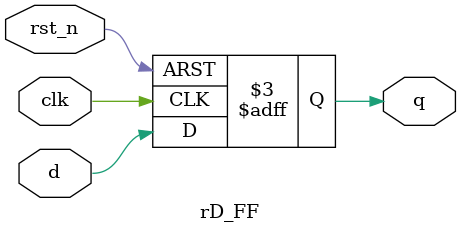
<source format=v>
module rD_FF(d,q, clk, rst_n);
    output q;
    input d, clk, rst_n;
    reg q;

    always @(posedge clk or negedge rst_n)
        if (!rst_n)
            q<=1'b1;
        else 
            q<=d;

endmodule
</source>
